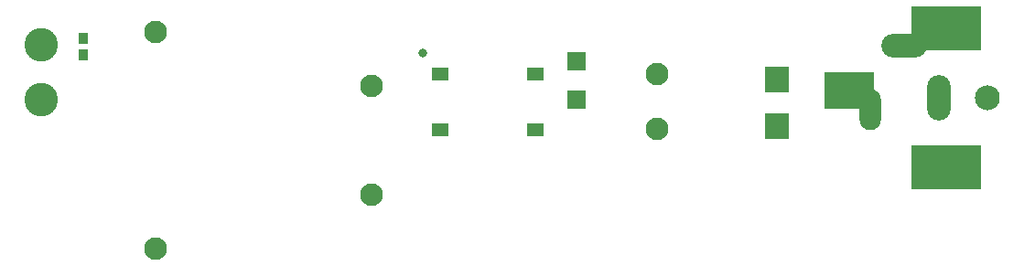
<source format=gts>
G04*
G04 #@! TF.GenerationSoftware,Altium Limited,Altium Designer,23.4.1 (23)*
G04*
G04 Layer_Color=8388736*
%FSLAX44Y44*%
%MOMM*%
G71*
G04*
G04 #@! TF.SameCoordinates,78E2F5E2-7EE1-4383-969E-04B009F8C4C8*
G04*
G04*
G04 #@! TF.FilePolarity,Negative*
G04*
G01*
G75*
%ADD22R,4.6032X3.5032*%
%ADD23R,6.4032X4.1032*%
%ADD24R,0.8874X1.0652*%
%ADD25R,1.7000X1.7000*%
%ADD26R,1.6500X1.3000*%
%ADD27R,2.2200X2.3500*%
%ADD28C,2.3032*%
%ADD29O,2.2032X4.2032*%
%ADD30O,4.2032X2.2032*%
%ADD31O,2.0032X3.8032*%
%ADD32C,3.1000*%
%ADD33C,2.1000*%
%ADD34C,0.8032*%
D22*
X802190Y268198D02*
D03*
D23*
X891690Y326198D02*
D03*
Y197198D02*
D03*
D24*
X93726Y317119D02*
D03*
Y301117D02*
D03*
D25*
X549656Y259876D02*
D03*
Y295876D02*
D03*
D26*
X511614Y231760D02*
D03*
Y283860D02*
D03*
X423614Y231760D02*
D03*
Y283860D02*
D03*
D27*
X735076Y278898D02*
D03*
Y235198D02*
D03*
D28*
X929690Y261698D02*
D03*
D29*
X884690D02*
D03*
D30*
X852690Y309698D02*
D03*
D31*
X821690Y250698D02*
D03*
D32*
X54356Y310388D02*
D03*
Y259588D02*
D03*
D33*
X160426Y322288D02*
D03*
Y122288D02*
D03*
X360426Y272288D02*
D03*
Y172288D02*
D03*
X624586Y283318D02*
D03*
Y233318D02*
D03*
D34*
X407162Y302768D02*
D03*
M02*

</source>
